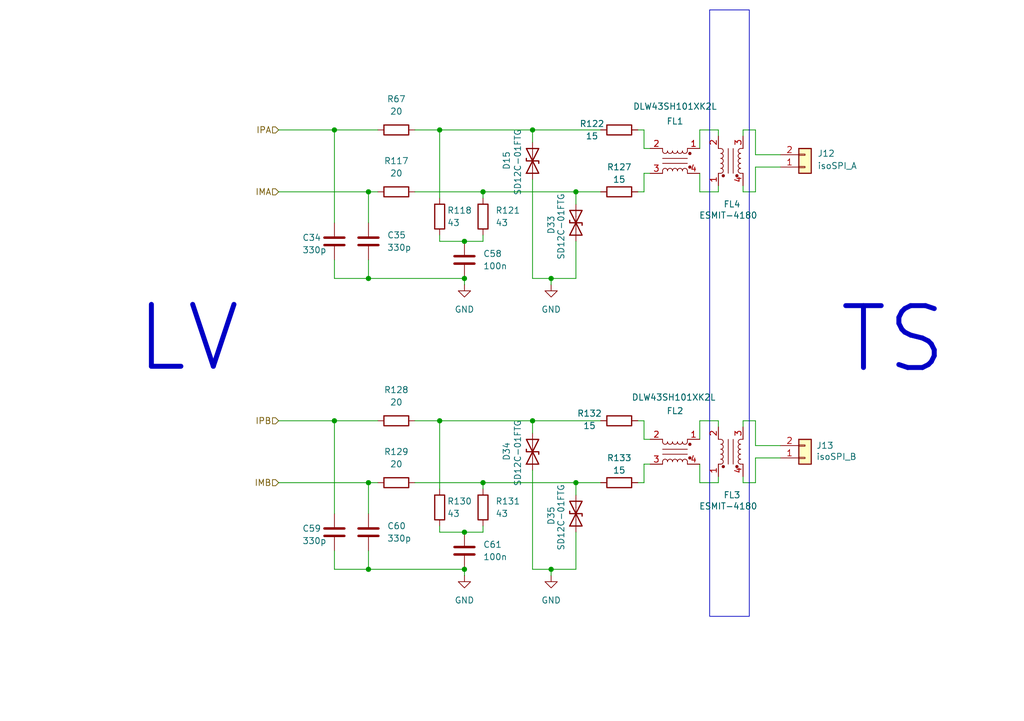
<source format=kicad_sch>
(kicad_sch (version 20250114) (generator "eeschema") (generator_version "9.0")
  (paper "A5")
  (title_block (title "Isolated SPI Transciever") (date "2025-03-09") (rev "V1") (comment 1 "Lene Marquardt"))
  (lib_symbols
    (symbol "Connector_Generic:Conn_01x02" (pin_names (offset 1.016) (hide yes))
      (property "Reference" "J" (at 0 2.54 0))
      (property "Value" "Conn_01x02" (at 0 -5.08 0))
      (symbol "Conn_01x02_1_1"
        (rectangle (start -1.27 1.27) (end 1.27 -3.81) (stroke (width 0.254)) (fill (type background)))
        (rectangle (start -1.27 0.127) (end 0 -0.127) (stroke (width 0.1524)))
        (rectangle (start -1.27 -2.413) (end 0 -2.667) (stroke (width 0.1524)))
        (pin passive line (at -5.08 0 0) (length 3.81) (name "Pin_1") (number "1"))
        (pin passive line (at -5.08 -2.54 0) (length 3.81) (name "Pin_2") (number "2"))
      )
    )
    (symbol "Device:C" (pin_numbers (hide yes)) (pin_names (offset 0.254))
      (property "Reference" "C" (at 0.635 2.54 0))
      (property "Value" "C" (at 0.635 -2.54 0))
      (symbol "C_0_1"
        (polyline (pts (xy -2.032 0.762) (xy 2.032 0.762)) (stroke (width 0.508)))
        (polyline (pts (xy -2.032 -0.762) (xy 2.032 -0.762)) (stroke (width 0.508)))
      )
      (symbol "C_1_1"
        (pin passive line (at 0 3.81 270) (length 2.794) (name "~") (number "1"))
        (pin passive line (at 0 -3.81 90) (length 2.794) (name "~") (number "2"))
      )
    )
    (symbol "Device:D_TVS" (pin_numbers (hide yes)) (pin_names (offset 1.016) (hide yes))
      (property "Reference" "D" (at 0 2.54 0))
      (property "Value" "D_TVS" (at 0 -2.54 0))
      (symbol "D_TVS_0_1"
        (polyline (pts (xy -2.54 1.27) (xy -2.54 -1.27) (xy 2.54 1.27) (xy 2.54 -1.27) (xy -2.54 1.27)) (stroke (width 0.254)))
        (polyline (pts (xy 0.508 1.27) (xy 0 1.27) (xy 0 -1.27) (xy -0.508 -1.27)) (stroke (width 0.254)))
        (polyline (pts (xy 1.27 0) (xy -1.27 0)))
      )
      (symbol "D_TVS_1_1"
        (pin passive line (at -3.81 0 0) (length 2.54) (name "A1") (number "1"))
        (pin passive line (at 3.81 0 180) (length 2.54) (name "A2") (number "2"))
      )
    )
    (symbol "Device:R" (pin_numbers (hide yes)) (pin_names (offset 0))
      (property "Reference" "R" (at 2.032 0 90))
      (property "Value" "R" (at 0 0 90))
      (symbol "R_0_1"
        (rectangle (start -1.016 -2.54) (end 1.016 2.54) (stroke (width 0.254)))
      )
      (symbol "R_1_1"
        (pin passive line (at 0 3.81 270) (length 1.27) (name "~") (number "1"))
        (pin passive line (at 0 -3.81 90) (length 1.27) (name "~") (number "2"))
      )
    )
    (symbol "Filter:Choke_Coilcraft_0603USB-222" (pin_names (offset 0.254) (hide yes))
      (property "Reference" "FL" (at 0 4.445 0))
      (property "Value" "Choke_Coilcraft_0603USB-222" (at 0 -4.445 0))
      (symbol "Choke_Coilcraft_0603USB-222_0_1"
        (circle (center -3.048 1.524) (radius 0.254) (fill (type outline)))
        (circle (center -3.048 -1.27) (radius 0.254) (fill (type outline)))
        (polyline (pts (xy -2.54 2.032) (xy -2.54 2.54)))
        (polyline (pts (xy -2.54 0.508) (xy 2.54 0.508)))
        (polyline (pts (xy -2.54 -2.032) (xy -2.54 -2.54)))
        (arc (start -1.524 2.032) (mid -2.032 1.5262) (end -2.54 2.032))
        (arc (start -2.54 -2.032) (mid -2.032 -1.5262) (end -1.524 -2.032))
        (arc (start -0.508 2.032) (mid -1.016 1.5262) (end -1.524 2.032))
        (arc (start -1.524 -2.032) (mid -1.016 -1.5262) (end -0.508 -2.032))
        (arc (start 0.508 2.032) (mid 0 1.5262) (end -0.508 2.032))
        (arc (start -0.508 -2.032) (mid 0 -1.5262) (end 0.508 -2.032))
        (arc (start 1.524 2.032) (mid 1.016 1.5262) (end 0.508 2.032))
        (arc (start 0.508 -2.032) (mid 1.016 -1.5262) (end 1.524 -2.032))
        (arc (start 2.54 2.032) (mid 2.032 1.5262) (end 1.524 2.032))
        (arc (start 1.524 -2.032) (mid 2.032 -1.5262) (end 2.54 -2.032))
        (polyline (pts (xy 2.54 2.54) (xy 2.54 2.032)))
        (polyline (pts (xy 2.54 -0.508) (xy -2.54 -0.508)))
        (polyline (pts (xy 2.54 -2.032) (xy 2.54 -2.54)))
      )
      (symbol "Choke_Coilcraft_0603USB-222_1_1"
        (pin passive line (at -5.08 2.54 0) (length 2.54) (name "1") (number "1"))
        (pin passive line (at -5.08 -2.54 0) (length 2.54) (name "4") (number "4"))
        (pin passive line (at 5.08 2.54 180) (length 2.54) (name "2") (number "2"))
        (pin passive line (at 5.08 -2.54 180) (length 2.54) (name "3") (number "3"))
      )
    )
    (symbol "Filter_EMI_LL_1423_1" (pin_names (hide yes))
      (property "Reference" "FL4" (at -8.89 -0.254 90))
      (property "Value" "744228" (at -11.176 0.508 90))
      (symbol "Filter_EMI_LL_1423_1_0_1"
        (circle (center -3.048 1.524) (radius 0.254) (fill (type outline)))
        (circle (center -3.048 -1.27) (radius 0.254) (fill (type outline)))
        (polyline (pts (xy -2.54 2.032) (xy -2.54 2.54)))
        (polyline (pts (xy -2.54 0.508) (xy 2.54 0.508)))
        (polyline (pts (xy -2.54 -2.032) (xy -2.54 -2.54)))
        (arc (start -1.524 2.032) (mid -2.032 1.5262) (end -2.54 2.032))
        (arc (start -2.54 -2.032) (mid -2.032 -1.5262) (end -1.524 -2.032))
        (arc (start -0.508 2.032) (mid -1.016 1.5262) (end -1.524 2.032))
        (arc (start -1.524 -2.032) (mid -1.016 -1.5262) (end -0.508 -2.032))
        (arc (start 0.508 2.032) (mid 0 1.5262) (end -0.508 2.032))
        (arc (start -0.508 -2.032) (mid 0 -1.5262) (end 0.508 -2.032))
        (arc (start 1.524 2.032) (mid 1.016 1.5262) (end 0.508 2.032))
        (arc (start 0.508 -2.032) (mid 1.016 -1.5262) (end 1.524 -2.032))
        (arc (start 2.54 2.032) (mid 2.032 1.5262) (end 1.524 2.032))
        (arc (start 1.524 -2.032) (mid 2.032 -1.5262) (end 2.54 -2.032))
        (polyline (pts (xy 2.54 2.54) (xy 2.54 2.032)))
        (polyline (pts (xy 2.54 -0.508) (xy -2.54 -0.508)))
        (polyline (pts (xy 2.54 -2.032) (xy 2.54 -2.54)))
      )
      (symbol "Filter_EMI_LL_1423_1_1_1"
        (pin passive line (at -5.08 2.54 0) (length 2.54) (name "1") (number "1"))
        (pin passive line (at -5.08 -2.54 0) (length 2.54) (name "4") (number "4"))
        (pin passive line (at 5.08 2.54 180) (length 2.54) (name "2") (number "2"))
        (pin passive line (at 5.08 -2.54 180) (length 2.54) (name "3") (number "3"))
      )
    )
    (symbol "power:GND" (power) (pin_numbers (hide yes)) (pin_names (offset 0) (hide yes))
      (property "Value" "GND" (at 0 -3.81 0))
      (symbol "GND_0_1"
        (polyline (pts (xy 0 0) (xy 0 -1.27) (xy 1.27 -1.27) (xy 0 -2.54) (xy -1.27 -1.27) (xy 0 -1.27)))
      )
      (symbol "GND_1_1"
        (pin power_in line (at 0 0 270) (length 0) (name "~") (number "1"))
      )
    )
  )
  (rectangle (start 145.542 2.032) (end 153.67 126.492))
  (text "LV" (at 38.608 69.596 0) (effects (font (size 12.7 12.7) (thickness 1.016) (bold yes))))
  (text "TS" (at 183.134 69.85 0) (effects (font (size 12.7 12.7) (thickness 1.016) (bold yes))))
  (junction (at 118.11 99.06))
  (junction (at 90.17 86.36))
  (junction (at 95.25 109.22))
  (junction (at 109.22 26.67))
  (junction (at 99.06 99.06))
  (junction (at 90.17 26.67))
  (junction (at 99.06 39.37))
  (junction (at 113.03 57.15))
  (junction (at 109.22 86.36))
  (junction (at 95.25 49.53))
  (junction (at 113.03 116.84))
  (junction (at 68.58 86.36))
  (junction (at 75.565 57.15))
  (junction (at 68.58 26.67))
  (junction (at 75.565 116.84))
  (junction (at 75.565 99.06))
  (junction (at 75.565 39.37))
  (junction (at 95.25 57.15))
  (junction (at 118.11 39.37))
  (junction (at 95.25 116.84))
  (wire (pts (xy 68.58 86.36) (xy 77.47 86.36)))
  (wire (pts (xy 68.58 113.03) (xy 68.58 116.84)))
  (wire (pts (xy 132.08 86.36) (xy 132.08 90.17)))
  (wire (pts (xy 75.565 53.34) (xy 75.565 57.15)))
  (wire (pts (xy 85.09 39.37) (xy 99.06 39.37)))
  (wire (pts (xy 99.06 107.95) (xy 99.06 109.22)))
  (wire (pts (xy 95.25 116.84) (xy 95.25 118.11)))
  (wire (pts (xy 132.08 90.17) (xy 133.35 90.17)))
  (wire (pts (xy 68.58 26.67) (xy 68.58 45.72)))
  (wire (pts (xy 132.08 35.56) (xy 133.35 35.56)))
  (wire (pts (xy 75.565 39.37) (xy 75.565 45.72)))
  (wire (pts (xy 147.32 26.67) (xy 147.32 27.94)))
  (wire (pts (xy 90.17 49.53) (xy 90.17 48.26)))
  (wire (pts (xy 99.06 49.53) (xy 95.25 49.53)))
  (wire (pts (xy 147.32 39.37) (xy 147.32 38.1)))
  (wire (pts (xy 143.51 39.37) (xy 143.51 35.56)))
  (wire (pts (xy 95.25 109.22) (xy 90.17 109.22)))
  (wire (pts (xy 132.08 35.56) (xy 132.08 39.37)))
  (wire (pts (xy 75.565 116.84) (xy 95.25 116.84)))
  (wire (pts (xy 90.17 26.67) (xy 109.22 26.67)))
  (wire (pts (xy 154.94 31.75) (xy 154.94 26.67)))
  (wire (pts (xy 143.51 39.37) (xy 147.32 39.37)))
  (wire (pts (xy 113.03 116.84) (xy 113.03 118.11)))
  (wire (pts (xy 90.17 109.22) (xy 90.17 107.95)))
  (wire (pts (xy 85.09 86.36) (xy 90.17 86.36)))
  (wire (pts (xy 113.03 116.84) (xy 118.11 116.84)))
  (wire (pts (xy 109.22 36.83) (xy 109.22 57.15)))
  (wire (pts (xy 109.22 57.15) (xy 113.03 57.15)))
  (wire (pts (xy 154.94 26.67) (xy 152.4 26.67)))
  (wire (pts (xy 75.565 39.37) (xy 77.47 39.37)))
  (wire (pts (xy 154.94 34.29) (xy 154.94 39.37)))
  (wire (pts (xy 132.08 26.67) (xy 132.08 30.48)))
  (wire (pts (xy 75.565 57.15) (xy 95.25 57.15)))
  (wire (pts (xy 109.22 116.84) (xy 113.03 116.84)))
  (wire (pts (xy 118.11 49.53) (xy 118.11 57.15)))
  (wire (pts (xy 68.58 53.34) (xy 68.58 57.15)))
  (wire (pts (xy 130.81 86.36) (xy 132.08 86.36)))
  (wire (pts (xy 95.25 57.15) (xy 95.25 58.42)))
  (wire (pts (xy 95.25 49.53) (xy 90.17 49.53)))
  (wire (pts (xy 132.08 95.25) (xy 132.08 99.06)))
  (wire (pts (xy 132.08 30.48) (xy 133.35 30.48)))
  (wire (pts (xy 130.81 26.67) (xy 132.08 26.67)))
  (wire (pts (xy 143.51 99.06) (xy 143.51 95.25)))
  (wire (pts (xy 154.94 91.44) (xy 160.02 91.44)))
  (wire (pts (xy 152.4 99.06) (xy 152.4 97.79)))
  (wire (pts (xy 109.22 96.52) (xy 109.22 116.84)))
  (wire (pts (xy 118.11 39.37) (xy 118.11 41.91)))
  (wire (pts (xy 99.06 109.22) (xy 95.25 109.22)))
  (wire (pts (xy 143.51 86.36) (xy 147.32 86.36)))
  (wire (pts (xy 68.58 116.84) (xy 75.565 116.84)))
  (wire (pts (xy 85.09 99.06) (xy 99.06 99.06)))
  (wire (pts (xy 99.06 99.06) (xy 99.06 100.33)))
  (wire (pts (xy 132.08 99.06) (xy 130.81 99.06)))
  (wire (pts (xy 57.15 99.06) (xy 75.565 99.06)))
  (wire (pts (xy 99.06 48.26) (xy 99.06 49.53)))
  (wire (pts (xy 154.94 93.98) (xy 154.94 99.06)))
  (wire (pts (xy 154.94 39.37) (xy 152.4 39.37)))
  (wire (pts (xy 57.15 86.36) (xy 68.58 86.36)))
  (wire (pts (xy 109.22 86.36) (xy 123.19 86.36)))
  (wire (pts (xy 154.94 34.29) (xy 160.02 34.29)))
  (wire (pts (xy 99.06 39.37) (xy 118.11 39.37)))
  (wire (pts (xy 90.17 86.36) (xy 90.17 100.33)))
  (wire (pts (xy 68.58 57.15) (xy 75.565 57.15)))
  (wire (pts (xy 154.94 91.44) (xy 154.94 86.36)))
  (wire (pts (xy 118.11 109.22) (xy 118.11 116.84)))
  (wire (pts (xy 143.51 26.67) (xy 143.51 30.48)))
  (wire (pts (xy 85.09 26.67) (xy 90.17 26.67)))
  (wire (pts (xy 152.4 39.37) (xy 152.4 38.1)))
  (wire (pts (xy 143.51 86.36) (xy 143.51 90.17)))
  (wire (pts (xy 90.17 26.67) (xy 90.17 40.64)))
  (wire (pts (xy 90.17 86.36) (xy 109.22 86.36)))
  (wire (pts (xy 152.4 86.36) (xy 152.4 87.63)))
  (wire (pts (xy 143.51 26.67) (xy 147.32 26.67)))
  (wire (pts (xy 118.11 99.06) (xy 118.11 101.6)))
  (wire (pts (xy 132.08 39.37) (xy 130.81 39.37)))
  (wire (pts (xy 147.32 99.06) (xy 147.32 97.79)))
  (wire (pts (xy 154.94 99.06) (xy 152.4 99.06)))
  (wire (pts (xy 75.565 99.06) (xy 75.565 105.41)))
  (wire (pts (xy 154.94 93.98) (xy 160.02 93.98)))
  (wire (pts (xy 154.94 31.75) (xy 160.02 31.75)))
  (wire (pts (xy 99.06 99.06) (xy 118.11 99.06)))
  (wire (pts (xy 154.94 86.36) (xy 152.4 86.36)))
  (wire (pts (xy 152.4 26.67) (xy 152.4 27.94)))
  (wire (pts (xy 109.22 26.67) (xy 123.19 26.67)))
  (wire (pts (xy 75.565 99.06) (xy 77.47 99.06)))
  (wire (pts (xy 113.03 57.15) (xy 118.11 57.15)))
  (wire (pts (xy 147.32 86.36) (xy 147.32 87.63)))
  (wire (pts (xy 75.565 113.03) (xy 75.565 116.84)))
  (wire (pts (xy 99.06 39.37) (xy 99.06 40.64)))
  (wire (pts (xy 113.03 57.15) (xy 113.03 58.42)))
  (wire (pts (xy 68.58 26.67) (xy 77.47 26.67)))
  (wire (pts (xy 143.51 99.06) (xy 147.32 99.06)))
  (wire (pts (xy 118.11 39.37) (xy 123.19 39.37)))
  (wire (pts (xy 68.58 86.36) (xy 68.58 105.41)))
  (wire (pts (xy 132.08 95.25) (xy 133.35 95.25)))
  (wire (pts (xy 57.15 26.67) (xy 68.58 26.67)))
  (wire (pts (xy 57.15 39.37) (xy 75.565 39.37)))
  (wire (pts (xy 109.22 26.67) (xy 109.22 29.21)))
  (wire (pts (xy 118.11 99.06) (xy 123.19 99.06)))
  (wire (pts (xy 109.22 86.36) (xy 109.22 88.9)))
  (hierarchical_label "IMA" (shape input) (at 57.15 39.37 180))
  (hierarchical_label "IPA" (shape input) (at 57.15 26.67 180))
  (hierarchical_label "IPB" (shape input) (at 57.15 86.36 180))
  (hierarchical_label "IMB" (shape input) (at 57.15 99.06 180))
  (symbol (lib_id "Device:R") (at 81.28 26.67 90) (unit 1)
    (property "Reference" "R67" (at 81.28 20.32 90))
    (property "Value" "20" (at 81.28 22.86 90))
    (property "Footprint" "Resistor_SMD:R_0603_1608Metric" (effects (hide yes)))
    (property "Description" "Resistor" (effects (hide yes)))
  )
  (symbol (lib_id "Filter:Choke_Coilcraft_0603USB-222") (at 138.43 92.71 0) (mirror y) (unit 1)
    (property "Reference" "FL2" (at 138.43 84.328 0))
    (property "Value" "DLW43SH101XK2L" (at 138.176 81.534 0))
    (property "Footprint" "Master:DLW43SH101XK2L" (effects (hide yes)))
    (property "Datasheet" "https://www.mouser.de/datasheet/2/281/DLW43SH101XK2_23-1915221.pdf" (effects (hide yes)))
    (property "Description" "Common mode choke, 500mA, 250VAC, 150nH, 209mohm, 0.96Ghz, " (effects (hide yes)))
  )
  (symbol (lib_id "Device:R") (at 99.06 104.14 0) (unit 1)
    (property "Reference" "R131" (at 101.6 102.8699 0) (effects (justify left)))
    (property "Value" "43" (at 101.6 105.4099 0) (effects (justify left)))
    (property "Footprint" "Resistor_SMD:R_1206_3216Metric" (effects (hide yes)))
    (property "Description" "Resistor" (effects (hide yes)))
  )
  (symbol (lib_id "Filter:Choke_Coilcraft_0603USB-222") (at 138.43 33.02 0) (mirror y) (unit 1)
    (property "Reference" "FL1" (at 138.43 24.892 0))
    (property "Value" "DLW43SH101XK2L" (at 138.43 21.844 0))
    (property "Footprint" "Master:DLW43SH101XK2L" (effects (hide yes)))
    (property "Datasheet" "https://www.mouser.de/datasheet/2/281/DLW43SH101XK2_23-1915221.pdf" (effects (hide yes)))
    (property "Description" "Common mode choke, 500mA, 250VAC, 150nH, 209mohm, 0.96Ghz, " (effects (hide yes)))
  )
  (symbol (lib_id "Device:R") (at 127 39.37 90) (unit 1)
    (property "Reference" "R127" (at 127 34.29 90))
    (property "Value" "15" (at 127 36.83 90))
    (property "Footprint" "Resistor_SMD:R_0805_2012Metric" (effects (hide yes)))
    (property "Description" "Resistor" (effects (hide yes)))
  )
  (symbol (lib_id "Device:C") (at 75.565 49.53 0) (unit 1)
    (property "Reference" "C35" (at 79.375 48.2599 0) (effects (justify left)))
    (property "Value" "330p" (at 79.375 50.7999 0) (effects (justify left)))
    (property "Footprint" "Capacitor_SMD:C_0603_1608Metric" (effects (hide yes)))
    (property "Description" "Unpolarized capacitor" (effects (hide yes)))
  )
  (symbol (lib_id "Device:R") (at 99.06 44.45 0) (unit 1)
    (property "Reference" "R121" (at 101.6 43.1799 0) (effects (justify left)))
    (property "Value" "43" (at 101.6 45.7199 0) (effects (justify left)))
    (property "Footprint" "Resistor_SMD:R_1206_3216Metric" (effects (hide yes)))
    (property "Description" "Resistor" (effects (hide yes)))
  )
  (symbol (lib_id "Device:R") (at 90.17 104.14 0) (unit 1)
    (property "Reference" "R130" (at 91.694 102.87 0) (effects (justify left)))
    (property "Value" "43" (at 91.694 105.41 0) (effects (justify left)))
    (property "Footprint" "Resistor_SMD:R_1206_3216Metric" (effects (hide yes)))
    (property "Description" "Resistor" (effects (hide yes)))
  )
  (symbol (lib_name "Filter_EMI_LL_1423_1") (lib_id "Device:Filter_EMI_LL_1423") (at 149.86 92.71 90) (unit 1)
    (property "Reference" "FL3" (at 150.114 101.6 90))
    (property "Value" "ESMIT-4180" (at 149.352 103.886 90))
    (property "Footprint" "ESMIT-4180_C:SOP254P914X350-4N" (effects (hide yes)))
    (property "Datasheet" "https://www.mouser.de/datasheet/2/390/CBM5D33_Ver5_0_E-3168951.pdf" (effects (hide yes)))
  )
  (symbol (lib_id "power:GND") (at 95.25 58.42 0) (unit 1)
    (property "Reference" "#PWR066" (effects (hide yes)))
    (property "Value" "GND" (at 95.25 63.5 0))
    (property "Description" "Power symbol creates a global label with name \"GND\" , ground" (effects (hide yes)))
  )
  (symbol (lib_id "Device:D_TVS") (at 109.22 92.71 90) (unit 1)
    (property "Reference" "D34" (at 103.886 90.678 0) (effects (justify right)))
    (property "Value" "SD12C-01FTG" (at 106.172 86.106 0) (effects (justify right)))
    (property "Footprint" "Master:SOD2613X114N" (effects (hide yes)))
    (property "Datasheet" "https://www.littelfuse.com/media?resourcetype=datasheets&itemid=b682d4fa-3733-4cd6-9f7f-7cf1a490030b&filename=littelfuse_tvs_diode_array_sd_c_datasheet.pdf" (effects (hide yes)))
    (property "Description" "Bidirectional transient-voltage-suppression diode" (effects (hide yes)))
  )
  (symbol (lib_id "Device:R") (at 127 99.06 90) (unit 1)
    (property "Reference" "R133" (at 127 93.98 90))
    (property "Value" "15" (at 127 96.52 90))
    (property "Footprint" "Resistor_SMD:R_0805_2012Metric" (effects (hide yes)))
    (property "Description" "Resistor" (effects (hide yes)))
  )
  (symbol (lib_id "Device:C") (at 68.58 109.22 0) (unit 1)
    (property "Reference" "C59" (at 61.976 108.458 0) (effects (justify left)))
    (property "Value" "330p" (at 61.976 110.998 0) (effects (justify left)))
    (property "Footprint" "Capacitor_SMD:C_0603_1608Metric" (effects (hide yes)))
    (property "Description" "Unpolarized capacitor" (effects (hide yes)))
  )
  (symbol (lib_id "Device:R") (at 127 86.36 90) (unit 1)
    (property "Reference" "R132" (at 120.904 84.836 90))
    (property "Value" "15" (at 120.904 87.376 90))
    (property "Footprint" "Resistor_SMD:R_0805_2012Metric" (effects (hide yes)))
    (property "Description" "Resistor" (effects (hide yes)))
  )
  (symbol (lib_id "Device:R") (at 127 26.67 90) (unit 1)
    (property "Reference" "R122" (at 121.412 25.4 90))
    (property "Value" "15" (at 121.412 27.94 90))
    (property "Footprint" "Resistor_SMD:R_0805_2012Metric" (effects (hide yes)))
    (property "Description" "Resistor" (effects (hide yes)))
  )
  (symbol (lib_id "Device:C") (at 95.25 113.03 0) (unit 1)
    (property "Reference" "C61" (at 99.06 111.7599 0) (effects (justify left)))
    (property "Value" "100n" (at 99.06 114.2999 0) (effects (justify left)))
    (property "Footprint" "Capacitor_SMD:C_0603_1608Metric" (effects (hide yes)))
    (property "Description" "Unpolarized capacitor" (effects (hide yes)))
  )
  (symbol (lib_id "Device:C") (at 68.58 49.53 0) (unit 1)
    (property "Reference" "C34" (at 61.976 48.768 0) (effects (justify left)))
    (property "Value" "330p" (at 61.976 51.308 0) (effects (justify left)))
    (property "Footprint" "Capacitor_SMD:C_0603_1608Metric" (effects (hide yes)))
    (property "Description" "Unpolarized capacitor" (effects (hide yes)))
  )
  (symbol (lib_id "Device:R") (at 81.28 99.06 90) (unit 1)
    (property "Reference" "R129" (at 81.28 92.71 90))
    (property "Value" "20" (at 81.28 95.25 90))
    (property "Footprint" "Resistor_SMD:R_0603_1608Metric" (effects (hide yes)))
    (property "Description" "Resistor" (effects (hide yes)))
  )
  (symbol (lib_id "Device:R") (at 81.28 86.36 90) (unit 1)
    (property "Reference" "R128" (at 81.28 80.01 90))
    (property "Value" "20" (at 81.28 82.55 90))
    (property "Footprint" "Resistor_SMD:R_0603_1608Metric" (effects (hide yes)))
    (property "Description" "Resistor" (effects (hide yes)))
  )
  (symbol (lib_id "Connector_Generic:Conn_01x02") (at 165.1 93.98 0) (mirror x) (unit 1)
    (property "Reference" "J13" (at 167.386 91.4399 0) (effects (justify left)))
    (property "Value" "isoSPI_B" (at 167.386 93.726 0) (effects (justify left)))
    (property "Footprint" "FaSTTUBe_connectors:MMNL_2p_THT" (effects (hide yes)))
    (property "Description" "Generic connector, single row, 01x02, script generated (kicad-library-utils/schlib/autogen/connector/)" (effects (hide yes)))
    (property "Silkscreen" "isoSPI B" (effects (hide yes)))
  )
  (symbol (lib_id "Device:C") (at 75.565 109.22 0) (unit 1)
    (property "Reference" "C60" (at 79.375 107.9499 0) (effects (justify left)))
    (property "Value" "330p" (at 79.375 110.4899 0) (effects (justify left)))
    (property "Footprint" "Capacitor_SMD:C_0603_1608Metric" (effects (hide yes)))
    (property "Description" "Unpolarized capacitor" (effects (hide yes)))
  )
  (symbol (lib_id "Device:D_TVS") (at 109.22 33.02 90) (unit 1)
    (property "Reference" "D15" (at 103.886 30.988 0) (effects (justify right)))
    (property "Value" "SD12C-01FTG" (at 106.172 26.416 0) (effects (justify right)))
    (property "Footprint" "Master:SOD2613X114N" (effects (hide yes)))
    (property "Datasheet" "https://www.littelfuse.com/media?resourcetype=datasheets&itemid=b682d4fa-3733-4cd6-9f7f-7cf1a490030b&filename=littelfuse_tvs_diode_array_sd_c_datasheet.pdf" (effects (hide yes)))
    (property "Description" "Bidirectional transient-voltage-suppression diode" (effects (hide yes)))
  )
  (symbol (lib_name "Filter_EMI_LL_1423_1") (lib_id "Device:Filter_EMI_LL_1423") (at 149.86 33.02 90) (unit 1)
    (property "Reference" "FL4" (at 150.114 41.91 90))
    (property "Value" "ESMIT-4180" (at 149.352 44.196 90))
    (property "Footprint" "ESMIT-4180_C:SOP254P914X350-4N" (effects (hide yes)))
    (property "Datasheet" "https://www.mouser.de/datasheet/2/390/CBM5D33_Ver5_0_E-3168951.pdf" (effects (hide yes)))
  )
  (symbol (lib_id "Device:D_TVS") (at 118.11 105.41 90) (unit 1)
    (property "Reference" "D35" (at 113.03 103.886 0) (effects (justify right)))
    (property "Value" "SD12C-01FTG" (at 115.062 99.314 0) (effects (justify right)))
    (property "Footprint" "Master:SOD2613X114N" (effects (hide yes)))
    (property "Datasheet" "https://www.littelfuse.com/media?resourcetype=datasheets&itemid=b682d4fa-3733-4cd6-9f7f-7cf1a490030b&filename=littelfuse_tvs_diode_array_sd_c_datasheet.pdf" (effects (hide yes)))
    (property "Description" "Bidirectional transient-voltage-suppression diode" (effects (hide yes)))
  )
  (symbol (lib_id "Device:R") (at 90.17 44.45 0) (unit 1)
    (property "Reference" "R118" (at 91.694 43.18 0) (effects (justify left)))
    (property "Value" "43" (at 91.694 45.72 0) (effects (justify left)))
    (property "Footprint" "Resistor_SMD:R_1206_3216Metric" (effects (hide yes)))
    (property "Description" "Resistor" (effects (hide yes)))
  )
  (symbol (lib_id "Connector_Generic:Conn_01x02") (at 165.1 34.29 0) (mirror x) (unit 1)
    (property "Reference" "J12" (at 167.64 31.4959 0) (effects (justify left)))
    (property "Value" "isoSPI_A" (at 167.64 34.036 0) (effects (justify left)))
    (property "Footprint" "FaSTTUBe_connectors:MMNL_2p_THT" (effects (hide yes)))
    (property "Description" "Generic connector, single row, 01x02, script generated (kicad-library-utils/schlib/autogen/connector/)" (effects (hide yes)))
    (property "Silkscreen" "isoSPI A" (effects (hide yes)))
  )
  (symbol (lib_id "power:GND") (at 95.25 118.11 0) (unit 1)
    (property "Reference" "#PWR0107" (effects (hide yes)))
    (property "Value" "GND" (at 95.25 123.19 0))
    (property "Description" "Power symbol creates a global label with name \"GND\" , ground" (effects (hide yes)))
  )
  (symbol (lib_id "power:GND") (at 113.03 118.11 0) (unit 1)
    (property "Reference" "#PWR0111" (effects (hide yes)))
    (property "Value" "GND" (at 113.03 123.19 0))
    (property "Description" "Power symbol creates a global label with name \"GND\" , ground" (effects (hide yes)))
  )
  (symbol (lib_id "Device:R") (at 81.28 39.37 90) (unit 1)
    (property "Reference" "R117" (at 81.28 33.02 90))
    (property "Value" "20" (at 81.28 35.56 90))
    (property "Footprint" "Resistor_SMD:R_0603_1608Metric" (effects (hide yes)))
    (property "Description" "Resistor" (effects (hide yes)))
  )
  (symbol (lib_id "power:GND") (at 113.03 58.42 0) (unit 1)
    (property "Reference" "#PWR067" (effects (hide yes)))
    (property "Value" "GND" (at 113.03 63.5 0))
    (property "Description" "Power symbol creates a global label with name \"GND\" , ground" (effects (hide yes)))
  )
  (symbol (lib_id "Device:D_TVS") (at 118.11 45.72 90) (unit 1)
    (property "Reference" "D33" (at 113.03 44.196 0) (effects (justify right)))
    (property "Value" "SD12C-01FTG" (at 115.062 39.624 0) (effects (justify right)))
    (property "Footprint" "Master:SOD2613X114N" (effects (hide yes)))
    (property "Datasheet" "https://www.littelfuse.com/media?resourcetype=datasheets&itemid=b682d4fa-3733-4cd6-9f7f-7cf1a490030b&filename=littelfuse_tvs_diode_array_sd_c_datasheet.pdf" (effects (hide yes)))
    (property "Description" "Bidirectional transient-voltage-suppression diode" (effects (hide yes)))
  )
  (symbol (lib_id "Device:C") (at 95.25 53.34 0) (unit 1)
    (property "Reference" "C58" (at 99.06 52.0699 0) (effects (justify left)))
    (property "Value" "100n" (at 99.06 54.6099 0) (effects (justify left)))
    (property "Footprint" "Capacitor_SMD:C_0603_1608Metric" (effects (hide yes)))
    (property "Description" "Unpolarized capacitor" (effects (hide yes)))
  )
)
</source>
